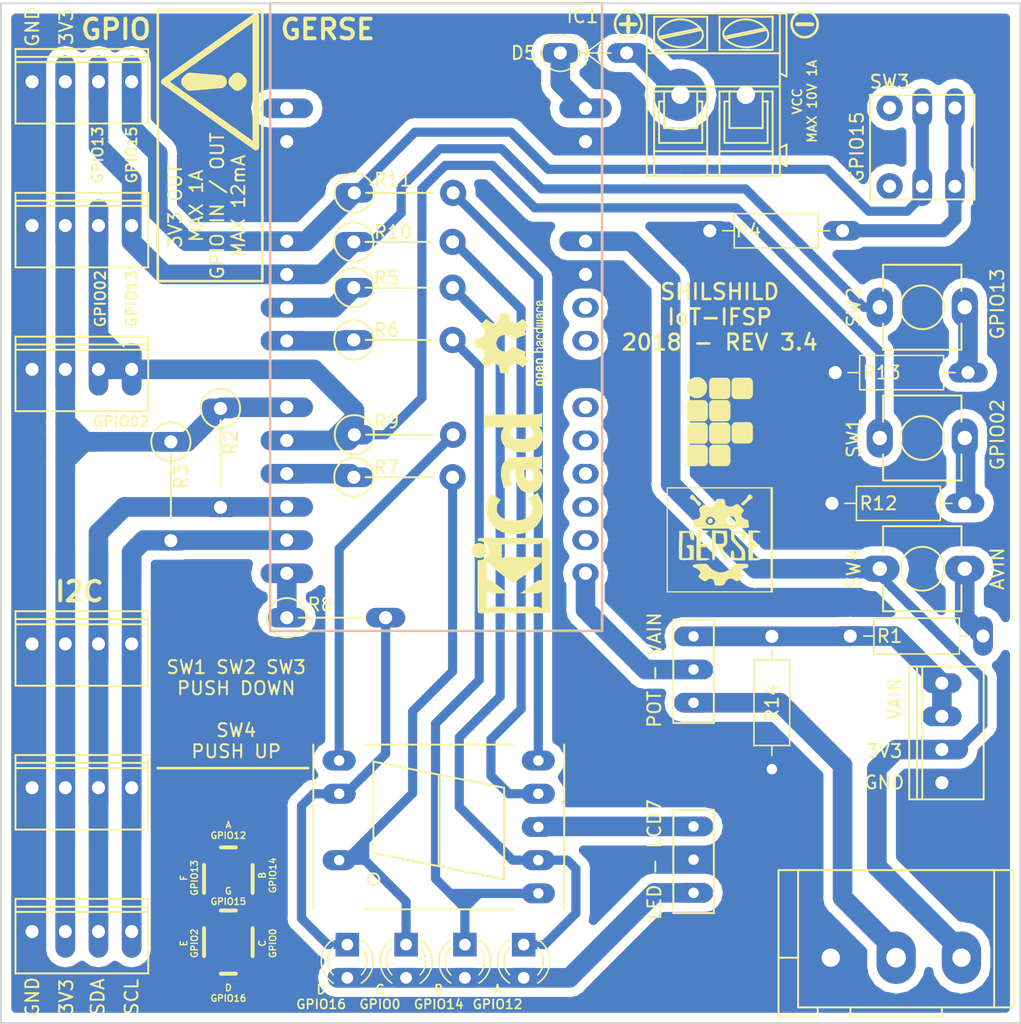
<source format=kicad_pcb>
(kicad_pcb (version 20171130) (host pcbnew 5.0.0)
  (title_block (title "SHILSHILD IoT-IFSP") (date 2018-10-14) (rev 3.4) (company "SHILD IoT") (comment 2 "Pedro Igor Borçatti da Silva ") (comment 3 "Prof.° Ms. -Rogerioa Daniel Dantas"))
  (layers (0 F.Cu signal) (31 B.Cu signal) (34 B.Paste user hide) (35 F.Paste user hide) (36 B.SilkS user hide) (37 F.SilkS user) (38 B.Mask user) (39 F.Mask user hide) (44 Edge.Cuts user))
  (net 0 "")
  (net 1 LED)
  (net 2 D)
  (net 3 C)
  (net 4 B)
  (net 5 A)
  (net 6 ADC0)
  (net 7 Earth)
  (net 8 +3V3)
  (net 9 VCC)
  (net 10 GPIO15)
  (net 11 GPIO13)
  (net 12 GPIO12)
  (net 13 GPIO14)
  (net 14 GPIO2)
  (net 15 GPIO0)
  (net 16 SDA)
  (net 17 SCL)
  (net 18 GPIO16)
  (net 19 VAIN)
  (net 20 POT)
  (net 21 LCD7)
  (net 22 "Net-(R4-Pad1)")
  (net 23 E)
  (net 24 F)
  (net 25 G)
  (net 26 "Net-(R12-Pad1)")
  (net 27 "Net-(R13-Pad1)")
  (net 28 "Net-(SW3-Pad6)")
  (net 29 "Net-(SW3-Pad1)")
  (net 30 "Net-(D5-Pad2)")
  (net 31 "Net-(IC1-PadRX)")
  (net 32 "Net-(IC1-PadTX)")
  (net 33 "Net-(IC1-PadRST)")
  (net 34 "Net-(IC1-PadEN)")
  (net 35 "Net-(IC1-PadCLK)")
  (net 36 "Net-(IC1-PadSD0)")
  (net 37 "Net-(IC1-PadCMD)")
  (net 38 "Net-(IC1-PadSD1)")
  (net 39 "Net-(IC1-PadSD2)")
  (net 40 "Net-(IC1-PadSD3)")
  (net 41 "Net-(IC1-PadR2)")
  (net 42 "Net-(IC1-PadR1)")
  (net 43 "Net-(R1-Pad1)")
  (module MyFootprint:MySW_PUSH_6mm_H4.3mm (layer F.Cu) (at 80.25 54)
    (fp_text reference SW4 (at -2 2.25 90) (layer F.SilkS))
    (fp_text value BT3)
    (pad 1 thru_hole oval (at 0 2.25 90) (size 2 3) (drill 1.1) (layers *.Cu *.Mask) (net 8 +3V3))
    (pad 2 thru_hole oval (at 6.5 2.25 90) (size 2 3) (drill 1.1) (layers *.Cu *.Mask) (net 43 "Net-(R1-Pad1)"))
  )
  (module MyFootprint:NODEMCU (layer F.Cu) (at 59 13 180)
    (fp_text reference IC1 (at 1.5 -1 180) (layer F.SilkS))
    (fp_text value NODEMCU)
    (pad 3V3 thru_hole oval (at 24.13 -8.04 180) (size 4 1.5) (drill 1) (layers *.Cu *.Mask) (net 8 +3V3))
    (pad GND thru_hole oval (at 24.13 -10.58 180) (size 4 1.5) (drill 1) (layers *.Cu *.Mask) (net 7 Earth))
    (pad D0 thru_hole oval (at 24.13 -43.6 180) (size 4 1.5) (drill 1) (layers *.Cu *.Mask) (net 18 GPIO16))
    (pad D1 thru_hole oval (at 24.13 -41.06 180) (size 4 1.5) (drill 1) (layers *.Cu *.Mask) (net 17 SCL))
    (pad D2 thru_hole oval (at 24.13 -38.52 180) (size 4 1.5) (drill 1) (layers *.Cu *.Mask) (net 16 SDA))
    (pad D3 thru_hole oval (at 24.13 -35.98 180) (size 4 1.5) (drill 1) (layers *.Cu *.Mask) (net 15 GPIO0))
    (pad D4 thru_hole oval (at 24.13 -33.44 180) (size 4 1.5) (drill 1) (layers *.Cu *.Mask) (net 14 GPIO2))
    (pad 3V3 thru_hole oval (at 24.13 -30.9 180) (size 4 1.5) (drill 1) (layers *.Cu *.Mask) (net 8 +3V3))
    (pad D5 thru_hole oval (at 24.13 -25.82 180) (size 4 1.5) (drill 1) (layers *.Cu *.Mask) (net 13 GPIO14))
    (pad D6 thru_hole oval (at 24.13 -23.28 180) (size 4 1.5) (drill 1) (layers *.Cu *.Mask) (net 12 GPIO12))
    (pad D7 thru_hole oval (at 24.13 -20.74 180) (size 4 1.5) (drill 1) (layers *.Cu *.Mask) (net 11 GPIO13))
    (pad D8 thru_hole oval (at 24.13 -18.2 180) (size 4 1.5) (drill 1) (layers *.Cu *.Mask) (net 10 GPIO15))
    (pad VIN thru_hole oval (at 1.27 -8.04 180) (size 4 1.5) (drill 1) (layers *.Cu *.Mask) (net 9 VCC))
    (pad GND thru_hole oval (at 1.27 -10.58 180) (size 4 1.5) (drill 1) (layers *.Cu *.Mask) (net 7 Earth))
    (pad 3V3 thru_hole oval (at 1.27 -18.2 180) (size 4 1.5) (drill 1) (layers *.Cu *.Mask) (net 8 +3V3))
    (pad GND thru_hole oval (at 1.27 -20.74 180) (size 4 1.5) (drill 1) (layers *.Cu *.Mask) (net 7 Earth))
    (pad CLK thru_hole oval (at 1.27 -23.28 180) (size 2 1.5) (drill 1) (layers *.Cu *.Mask) (net 35 "Net-(IC1-PadCLK)"))
    (pad SD0 thru_hole oval (at 1.27 -25.82 180) (size 2 1.5) (drill 1) (layers *.Cu *.Mask) (net 36 "Net-(IC1-PadSD0)"))
    (pad SD1 thru_hole oval (at 1.27 -30.9 180) (size 2 1.5) (drill 1) (layers *.Cu *.Mask) (net 38 "Net-(IC1-PadSD1)"))
    (pad SD2 thru_hole oval (at 1.27 -33.44 180) (size 2 1.5) (drill 1) (layers *.Cu *.Mask) (net 39 "Net-(IC1-PadSD2)"))
    (pad SD3 thru_hole oval (at 1.27 -35.98 180) (size 2 1.5) (drill 1) (layers *.Cu *.Mask) (net 40 "Net-(IC1-PadSD3)"))
    (pad R2 thru_hole oval (at 1.27 -38.52 180) (size 2 1.5) (drill 1) (layers *.Cu *.Mask) (net 41 "Net-(IC1-PadR2)"))
    (pad R1 thru_hole oval (at 1.27 -41.06 180) (size 2 1.5) (drill 1) (layers *.Cu *.Mask) (net 42 "Net-(IC1-PadR1)"))
    (pad A0 thru_hole oval (at 1.27 -43.6 180) (size 2 1.5) (drill 1) (layers *.Cu *.Mask) (net 6 ADC0))
  )
  (module MyFootprint:SW_PUSH_x2 (layer F.Cu) (at 81 27)
    (fp_text reference SW3 (at 0 -8 180) (layer F.SilkS))
    (fp_text value SP6T hide)
    (pad 1 thru_hole circle (at 0 0) (size 2 2) (drill 1) (layers *.Cu *.Mask) (net 29 "Net-(SW3-Pad1)"))
    (pad 2 thru_hole oval (at 2.5 0) (size 1.5 3) (drill 1) (layers *.Cu *.Mask) (net 10 GPIO15))
    (pad 3 thru_hole oval (at 5 0) (size 1.5 3) (drill 1) (layers *.Cu *.Mask) (net 22 "Net-(R4-Pad1)"))
    (pad 4 thru_hole oval (at 5 -6) (size 1.5 3) (drill 1) (layers *.Cu *.Mask) (net 22 "Net-(R4-Pad1)"))
    (pad 5 thru_hole oval (at 2.5 -6) (size 1.5 3) (drill 1) (layers *.Cu *.Mask) (net 10 GPIO15))
    (pad 6 thru_hole circle (at 0 -6) (size 2 2) (drill 1) (layers *.Cu *.Mask) (net 28 "Net-(SW3-Pad6)"))
  )
  (module Symbols:KiCad-Logo_6mm_SilkScreen (layer F.Cu) (at 52 52 90)
    (fp_text reference REF*** hide)
    (fp_text value KiCad-Logo_6mm_SilkScreen hide)
  )
  (module MyFootprint:CUIDADO2 (layer F.Cu) (at 31.5 19 90)
    (fp_text reference REF** hide)
    (fp_text value CUIDADO2)
    (fp_text user ! (at 0 -2 90) (layer F.SilkS) (effects (font (size 4 4) (thickness 1))))
  )
  (module MyFootprint:AK300-2 (layer F.Cu) (at 65 20)
    (fp_text reference J1 hide)
    (fp_text value VCC hide)
    (pad 1 thru_hole oval (at 0 0) (size 4 4) (drill 1.4) (layers *.Cu *.Mask) (net 30 "Net-(D5-Pad2)"))
    (pad 2 thru_hole oval (at 5 0) (size 4 4) (drill 1.4) (layers *.Cu *.Mask) (net 7 Earth))
  )
  (module MyFootprint:7SegmentLED_LTS6760_LTS6780-2 (layer F.Cu) (at 46.5 76 270)
    (fp_text reference U1 hide)
    (fp_text value KCSA02-107 hide)
    (pad 10 thru_hole oval (at -5.08 -7.62 270) (size 1.524 2.524) (drill 0.8) (layers *.Cu *.Mask) (net 25 G))
    (pad 9 thru_hole oval (at -2.54 -7.62 270) (size 1.524 2.524) (drill 0.8) (layers *.Cu *.Mask) (net 24 F))
    (pad 8 thru_hole oval (at 0 -7.62 270) (size 1.524 2.524) (drill 0.8) (layers *.Cu *.Mask) (net 21 LCD7))
    (pad 7 thru_hole oval (at 2.54 -7.62 270) (size 1.524 2.524) (drill 0.8) (layers *.Cu *.Mask) (net 5 A))
    (pad 6 thru_hole oval (at 5.08 -7.62 270) (size 1.524 2.524) (drill 0.8) (layers *.Cu *.Mask) (net 4 B))
    (pad 4 thru_hole oval (at 2.54 7.62 270) (size 1.524 2.524) (drill 0.8) (layers *.Cu *.Mask) (net 3 C))
    (pad 2 thru_hole oval (at -2.54 7.62 270) (size 1.524 2.524) (drill 0.8) (layers *.Cu *.Mask) (net 2 D))
    (pad 1 thru_hole oval (at -5.08 7.62 270) (size 1.524 2.524) (drill 0.8) (layers *.Cu *.Mask) (net 23 E))
  )
  (module MyFootprint:molex_2510 (layer F.Cu) (at 85 65 270)
    (fp_text reference J5 hide)
    (fp_text value VAIN hide)
    (pad 1 thru_hole oval (at 0 0 270) (size 1.5 3) (drill 1) (layers *.Cu *.Mask) (net 19 VAIN))
    (pad 2 thru_hole oval (at 2.54 0 270) (size 1.5 3) (drill 1) (layers *.Cu *.Mask) (net 19 VAIN))
    (pad 3 thru_hole oval (at 5.08 0 270) (size 1.5 4) (drill 1) (layers *.Cu *.Mask) (net 8 +3V3))
    (pad 4 thru_hole oval (at 7.62 0 270) (size 1.5 4) (drill 1) (layers *.Cu *.Mask) (net 7 Earth))
  )
  (module MyFootprint:Pin_Header_Straight_1x03 (layer F.Cu) (at 66 81.04 180)
    (fp_text reference JP2 hide)
    (fp_text value JUMP3 hide)
    (pad 3 thru_hole oval (at 0 5.08 180) (size 3 1.5) (drill 0.8) (layers *.Cu *.Mask) (net 21 LCD7))
    (pad 2 thru_hole oval (at 0 2.54 180) (size 3 1.5) (drill 0.8) (layers *.Cu *.Mask) (net 7 Earth))
    (pad 1 thru_hole oval (at 0 0 180) (size 3 1.5) (drill 0.8) (layers *.Cu *.Mask) (net 1 LED))
  )
  (module MyFootprint:Pin_Header_Straight_1x03 (layer F.Cu) (at 66 66.5 180)
    (fp_text reference JP1 hide)
    (fp_text value JUMP3 hide)
    (pad 3 thru_hole oval (at 0 5.08 180) (size 3 1.5) (drill 0.8) (layers *.Cu *.Mask) (net 19 VAIN))
    (pad 2 thru_hole oval (at 0 2.54 180) (size 3 1.5) (drill 0.8) (layers *.Cu *.Mask) (net 6 ADC0))
    (pad 1 thru_hole oval (at 0 0 180) (size 3 1.5) (drill 0.8) (layers *.Cu *.Mask) (net 20 POT))
  )
  (module MyFootprint:Potentiometer_Alps-RK16-single_largePads (layer F.Cu) (at 86.5 86 270)
    (fp_text reference RV1 hide)
    (fp_text value R_POT hide)
    (pad 2 thru_hole oval (at 0 5.00126 270) (size 4.0005 2.99974) (drill 1.5) (layers *.Cu *.Mask) (net 20 POT))
    (pad 3 thru_hole oval (at 0 10.00252 270) (size 4.0005 2.99974) (drill 1.4) (layers *.Cu *.Mask) (net 7 Earth))
    (pad 1 thru_hole oval (at 0 0 270) (size 4.0005 2.99974) (drill 1.4) (layers *.Cu *.Mask) (net 8 +3V3))
  )
  (module MyFootprint:Resistor_Vertical_RM7mm (layer F.Cu) (at 40 27.5)
    (fp_text reference R11 (at 3 -1) (layer F.SilkS))
    (fp_text value 470 hide)
    (pad 1 thru_hole oval (at 0.04064 0) (size 3 1.5) (drill 1) (layers *.Cu *.Mask) (net 10 GPIO15))
    (pad 2 thru_hole circle (at 7.6 0) (size 2 2) (drill 1) (layers *.Cu *.Mask) (net 25 G))
  )
  (module MyFootprint:Resistor_Vertical_RM7mm (layer F.Cu) (at 39.95936 31.25)
    (fp_text reference R10 (at 3.04064 -0.75) (layer F.SilkS))
    (fp_text value 470 hide)
    (pad 1 thru_hole oval (at 0.04064 0) (size 3 1.5) (drill 1) (layers *.Cu *.Mask) (net 11 GPIO13))
    (pad 2 thru_hole circle (at 7.6 0) (size 2 2) (drill 1) (layers *.Cu *.Mask) (net 24 F))
  )
  (module MyFootprint:Resistor_Vertical_RM7mm (layer F.Cu) (at 39.95936 34.75)
    (fp_text reference R5 (at 2.54064 -0.75) (layer F.SilkS))
    (fp_text value 470 hide)
    (pad 1 thru_hole oval (at 0.04064 0) (size 3 1.5) (drill 1) (layers *.Cu *.Mask) (net 12 GPIO12))
    (pad 2 thru_hole circle (at 7.6 0) (size 2 2) (drill 1) (layers *.Cu *.Mask) (net 5 A))
  )
  (module MyFootprint:Resistor_Vertical_RM7mm (layer F.Cu) (at 39.95936 38.75)
    (fp_text reference R6 (at 2.54064 -0.75) (layer F.SilkS))
    (fp_text value 470 hide)
    (pad 1 thru_hole oval (at 0.04064 0) (size 3 1.5) (drill 1) (layers *.Cu *.Mask) (net 13 GPIO14))
    (pad 2 thru_hole circle (at 7.6 0) (size 2 2) (drill 1) (layers *.Cu *.Mask) (net 4 B))
  )
  (module MyFootprint:Resistor_Vertical_RM7mm (layer F.Cu) (at 40 46)
    (fp_text reference R9 (at 2.5 -1) (layer F.SilkS))
    (fp_text value 470 hide)
    (pad 1 thru_hole oval (at 0.04064 0) (size 3 1.5) (drill 1) (layers *.Cu *.Mask) (net 14 GPIO2))
    (pad 2 thru_hole circle (at 7.6 0) (size 2 2) (drill 1) (layers *.Cu *.Mask) (net 23 E))
  )
  (module MyFootprint:Resistor_Vertical_RM7mm (layer F.Cu) (at 34.83356 59.9948)
    (fp_text reference R8 (at 2.6 -1) (layer F.SilkS))
    (fp_text value 470 hide)
    (pad e thru_hole oval (at 0.04064 0) (size 3 1.5) (drill 1) (layers *.Cu *.Mask))
    (pad e thru_hole oval (at 7.6 0) (size 3 1.5) (drill 1) (layers *.Cu *.Mask))
  )
  (module MyFootprint:Resistor_Vertical_RM7mm (layer F.Cu) (at 39.95936 49.25)
    (fp_text reference R7 (at 2.54064 -0.75) (layer F.SilkS))
    (fp_text value 470 hide)
    (pad 1 thru_hole oval (at 0.04064 0) (size 3 1.5) (drill 1) (layers *.Cu *.Mask) (net 15 GPIO0))
    (pad 2 thru_hole circle (at 7.6 0) (size 2 2) (drill 1) (layers *.Cu *.Mask) (net 3 C))
  )
  (module MyFootprint:Resistor_Vertical_RM7mm (layer F.Cu) (at 29.8 43.95 270)
    (fp_text reference R2 (at 2.65 -0.8 270) (layer F.SilkS))
    (fp_text value 10K hide)
    (pad 1 thru_hole oval (at 0.04064 0 270) (size 1.5 3) (drill 1) (layers *.Cu *.Mask) (net 8 +3V3))
    (pad 2 thru_hole oval (at 7.6 0 270) (size 1.5 3) (drill 1) (layers *.Cu *.Mask) (net 16 SDA))
  )
  (module MyFootprint:Resistor_Vertical_RM7mm (layer F.Cu) (at 26 46.5 270)
    (fp_text reference R3 (at 2.7 -0.8 270) (layer F.SilkS))
    (fp_text value 10K hide)
    (pad 1 thru_hole oval (at 0.04064 0 270) (size 1.5 3) (drill 1) (layers *.Cu *.Mask) (net 8 +3V3))
    (pad 2 thru_hole oval (at 7.6 0 270) (size 1.5 3) (drill 1) (layers *.Cu *.Mask) (net 17 SCL))
  )
  (module MyFootprint:LED_D3.0mm (layer F.Cu) (at 53 85 270)
    (fp_text reference D4 hide)
    (fp_text value LED_ALT)
    (pad 1 thru_hole rect (at 0 0 270) (size 1.8 1.8) (drill 0.9) (layers *.Cu *.Mask) (net 5 A))
    (pad 2 thru_hole oval (at 2.54 0 270) (size 1.5 3) (drill 0.9) (layers *.Cu *.Mask) (net 1 LED))
  )
  (module MyFootprint:LED_D3.0mm (layer F.Cu) (at 48.5 85 270)
    (fp_text reference D3 hide)
    (fp_text value LED_ALT)
    (pad 1 thru_hole rect (at 0 0 270) (size 1.8 1.8) (drill 0.9) (layers *.Cu *.Mask) (net 4 B))
    (pad 2 thru_hole oval (at 2.54 0 270) (size 1.5 3) (drill 0.9) (layers *.Cu *.Mask) (net 1 LED))
  )
  (module MyFootprint:LED_D3.0mm (layer F.Cu) (at 44 85 270)
    (fp_text reference D2 hide)
    (fp_text value LED_ALT)
    (pad 1 thru_hole rect (at 0 0 270) (size 1.8 1.8) (drill 0.9) (layers *.Cu *.Mask) (net 3 C))
    (pad 2 thru_hole oval (at 2.54 0 270) (size 1.5 3) (drill 0.9) (layers *.Cu *.Mask) (net 1 LED))
  )
  (module MyFootprint:LED_D3.0mm (layer F.Cu) (at 39.5 85 270)
    (fp_text reference D1 hide)
    (fp_text value LED_ALT)
    (pad 1 thru_hole rect (at 0 0 270) (size 1.8 1.8) (drill 0.9) (layers *.Cu *.Mask) (net 2 D))
    (pad 2 thru_hole oval (at 2.54 0 270) (size 1.5 3) (drill 0.9) (layers *.Cu *.Mask) (net 1 LED))
  )
  (module MyFootprint:molex_2510 (layer F.Cu) (at 23 84 180)
    (fp_text reference J3 hide)
    (fp_text value I2C hide)
    (pad 1 thru_hole oval (at 0 0 180) (size 1.5 4) (drill 1) (layers *.Cu *.Mask) (net 17 SCL))
    (pad 2 thru_hole oval (at 2.54 0 180) (size 1.5 4) (drill 1) (layers *.Cu *.Mask) (net 16 SDA))
    (pad 3 thru_hole oval (at 5.08 0 180) (size 1.5 4) (drill 1) (layers *.Cu *.Mask) (net 8 +3V3))
    (pad 4 thru_hole oval (at 7.62 0 180) (size 1.5 4) (drill 1) (layers *.Cu *.Mask) (net 7 Earth))
  )
  (module MyFootprint:molex_2510 (layer F.Cu) (at 23 73 180)
    (fp_text reference J2 hide)
    (fp_text value I2C hide)
    (pad 1 thru_hole oval (at 0 0 180) (size 1.5 4) (drill 1) (layers *.Cu *.Mask) (net 17 SCL))
    (pad 2 thru_hole oval (at 2.54 0 180) (size 1.5 4) (drill 1) (layers *.Cu *.Mask) (net 16 SDA))
    (pad 3 thru_hole oval (at 5.08 0 180) (size 1.5 4) (drill 1) (layers *.Cu *.Mask) (net 8 +3V3))
    (pad 4 thru_hole oval (at 7.62 0 180) (size 1.5 4) (drill 1) (layers *.Cu *.Mask) (net 7 Earth))
  )
  (module MyFootprint:molex_2510 (layer F.Cu) (at 23 62 180)
    (fp_text reference J4 hide)
    (fp_text value I2C hide)
    (pad 1 thru_hole oval (at 0 0 180) (size 1.5 4) (drill 1) (layers *.Cu *.Mask) (net 17 SCL))
    (pad 2 thru_hole oval (at 2.54 0 180) (size 1.5 4) (drill 1) (layers *.Cu *.Mask) (net 16 SDA))
    (pad 3 thru_hole oval (at 5.08 0 180) (size 1.5 4) (drill 1) (layers *.Cu *.Mask) (net 8 +3V3))
    (pad 4 thru_hole oval (at 7.62 0 180) (size 1.5 4) (drill 1) (layers *.Cu *.Mask) (net 7 Earth))
  )
  (module MyFootprint:molex_2510 (layer F.Cu) (at 23 41 180)
    (fp_text reference J8 hide)
    (fp_text value OUT hide)
    (pad 1 thru_hole oval (at 0 0 180) (size 1.5 4) (drill 1) (layers *.Cu *.Mask) (net 14 GPIO2))
    (pad 2 thru_hole oval (at 2.54 0 180) (size 1.5 4) (drill 1) (layers *.Cu *.Mask) (net 14 GPIO2))
    (pad 3 thru_hole oval (at 5.08 0 180) (size 1.5 4) (drill 1) (layers *.Cu *.Mask) (net 8 +3V3))
    (pad 4 thru_hole oval (at 7.62 0 180) (size 1.5 4) (drill 1) (layers *.Cu *.Mask) (net 7 Earth))
  )
  (module MyFootprint:molex_2510 (layer F.Cu) (at 23 30 180)
    (fp_text reference J7 hide)
    (fp_text value OUT hide)
    (pad 1 thru_hole oval (at 0 0 180) (size 1.5 4) (drill 1) (layers *.Cu *.Mask) (net 11 GPIO13))
    (pad 2 thru_hole oval (at 2.54 0 180) (size 1.5 4) (drill 1) (layers *.Cu *.Mask) (net 14 GPIO2))
    (pad 3 thru_hole oval (at 5.08 0 180) (size 1.5 4) (drill 1) (layers *.Cu *.Mask) (net 8 +3V3))
    (pad 4 thru_hole oval (at 7.62 0 180) (size 1.5 4) (drill 1) (layers *.Cu *.Mask) (net 7 Earth))
  )
  (module MyFootprint:molex_2510 (layer F.Cu) (at 23 19 180)
    (fp_text reference J6 hide)
    (fp_text value OUT hide)
    (pad 1 thru_hole oval (at 0 0 180) (size 1.5 4) (drill 1) (layers *.Cu *.Mask) (net 10 GPIO15))
    (pad 2 thru_hole oval (at 2.54 0 180) (size 1.5 4) (drill 1) (layers *.Cu *.Mask) (net 11 GPIO13))
    (pad 3 thru_hole oval (at 5.08 0 180) (size 1.5 4) (drill 1) (layers *.Cu *.Mask) (net 8 +3V3))
    (pad 4 thru_hole oval (at 7.62 0 180) (size 1.5 4) (drill 1) (layers *.Cu *.Mask) (net 7 Earth))
  )
  (module Diodes_THT:D_A-405_P5.08mm_Vertical_AnodeUp (layer F.Cu) (at 55.8 16.8)
    (fp_text reference D5 (at -2.8 0) (layer F.SilkS))
    (fp_text value 1N4007)
    (pad 2 thru_hole oval (at 5.08 0) (size 3 1.5) (drill 1) (layers *.Cu *.Mask) (net 30 "Net-(D5-Pad2)"))
    (pad 1 thru_hole oval (at 0 0) (size 3 1.5) (drill 1) (layers *.Cu *.Mask) (net 9 VCC))
  )
  (module MyFootprint:Logo-IFSP (layer F.Cu) (at 68 45)
    (fp_text reference G*** hide)
    (fp_text value LOGO hide)
  )
  (module MyFootprint:LOGO3 (layer F.Cu) (at 68 54)
    (fp_text reference G*** hide)
    (fp_text value LOGO hide)
  )
  (module Resistors_THT:R_Axial_DIN0207_L6.3mm_D2.5mm_P10.16mm_Horizontal (layer F.Cu) (at 77.4 30.4 180)
    (fp_text reference R4 (at 7.2 0 180) (layer F.SilkS))
    (fp_text value 10K)
    (pad 2 thru_hole oval (at 10.16 0 180) (size 3 1.5) (drill 1) (layers *.Cu *.Mask) (net 7 Earth))
    (pad 1 thru_hole oval (at 0 0 180) (size 3 1.5) (drill 1) (layers *.Cu *.Mask) (net 22 "Net-(R4-Pad1)"))
  )
  (module Resistors_THT:R_Axial_DIN0207_L6.3mm_D2.5mm_P10.16mm_Horizontal (layer F.Cu) (at 86.75 51.25 180)
    (fp_text reference R12 (at 6.6 0 180) (layer F.SilkS))
    (fp_text value 10K)
    (pad 2 thru_hole oval (at 10.16 0 180) (size 3 1.5) (drill 1) (layers *.Cu *.Mask) (net 7 Earth))
    (pad 1 thru_hole oval (at 0 0 180) (size 3 1.5) (drill 1) (layers *.Cu *.Mask) (net 26 "Net-(R12-Pad1)"))
  )
  (module Resistors_THT:R_Axial_DIN0207_L6.3mm_D2.5mm_P10.16mm_Horizontal (layer F.Cu) (at 87 41.25 180)
    (fp_text reference R13 (at 6.6 0 180) (layer F.SilkS))
    (fp_text value 10K)
    (pad 1 thru_hole oval (at 0 0 180) (size 3 1.5) (drill 1) (layers *.Cu *.Mask) (net 27 "Net-(R13-Pad1)"))
    (pad 2 thru_hole oval (at 10.16 0 180) (size 3 1.5) (drill 1) (layers *.Cu *.Mask) (net 7 Earth))
  )
  (module Symbols:OSHW-Logo2_7.3x6mm_SilkScreen (layer F.Cu) (at 52 39 90)
    (fp_text reference REF*** hide)
    (fp_text value OSHW-Logo2_7.3x6mm_SilkScreen hide)
  )
  (module MyFootprint:MySW_PUSH_6mm_H4.3mm (layer F.Cu) (at 80.25 34)
    (fp_text reference SW2 (at -2 2.25 90) (layer F.SilkS))
    (fp_text value BT2)
    (pad 1 thru_hole oval (at 0 2.25 90) (size 3 2) (drill 1.1) (layers *.Cu *.Mask) (net 11 GPIO13))
    (pad 2 thru_hole oval (at 6.5 2.25 90) (size 3 2) (drill 1.1) (layers *.Cu *.Mask) (net 27 "Net-(R13-Pad1)"))
  )
  (module MyFootprint:MySW_PUSH_6mm_H4.3mm (layer F.Cu) (at 80.25 44)
    (fp_text reference SW1 (at -2 2.25 90) (layer F.SilkS))
    (fp_text value BT1)
    (pad 1 thru_hole oval (at 0 2.25 90) (size 3 2) (drill 1.1) (layers *.Cu *.Mask) (net 14 GPIO2))
    (pad 2 thru_hole oval (at 6.5 2.25 90) (size 3 2) (drill 1.1) (layers *.Cu *.Mask) (net 26 "Net-(R12-Pad1)"))
  )
  (module Resistor_THT:R_Axial_DIN0207_L6.3mm_D2.5mm_P10.16mm_Horizontal (layer F.Cu) (at 71.99 61.42 270)
    (fp_text reference R14 (at 5.08 -0.01 270) (layer F.SilkS))
    (fp_text value 100k)
    (pad 2 thru_hole oval (at 10.16 0 270) (size 1.5 3) (drill 0.8) (layers *.Cu *.Mask) (net 7 Earth))
    (pad 1 thru_hole oval (at 0 0 270) (size 1.5 3) (drill 1) (layers *.Cu *.Mask) (net 19 VAIN))
  )
  (module Resistor_THT:R_Axial_DIN0207_L6.3mm_D2.5mm_P10.16mm_Horizontal (layer F.Cu) (at 88.15 61.4 180)
    (fp_text reference R1 (at 7.15 0 180) (layer F.SilkS))
    (fp_text value 100k)
    (pad 1 thru_hole oval (at 0 0 180) (size 1.5 3) (drill 1) (layers *.Cu *.Mask) (net 43 "Net-(R1-Pad1)"))
    (pad 2 thru_hole oval (at 10.16 0 180) (size 3 1.5) (drill 1) (layers *.Cu *.Mask) (net 19 VAIN))
  )
  (gr_text AVIN (at 89.25 56.25 90) (layer F.SilkS) (effects (font (size 1 1))))
  (gr_line (start 25 71.5) (end 36.5 71.5) (layer F.SilkS) (width 0.2))
  (gr_line (start 84 13) (end 91 13) (layer Edge.Cuts) (width 0.15))
  (gr_line (start 91 91) (end 91 13) (layer Edge.Cuts) (width 0.15))
  (gr_line (start 13 91) (end 91 91) (layer Edge.Cuts) (width 0.15))
  (gr_line (start 13 84) (end 13 91) (layer Edge.Cuts) (width 0.15))
  (gr_circle (center 74.5 14.6) (end 75.5 14.6) (layer F.SilkS) (width 0.2))
  (gr_circle (center 61 14.6) (end 60 14.4) (layer F.SilkS) (width 0.2))
  (gr_text GERSE (at 38 15) (layer F.SilkS) (effects (font (size 1.5 1.5) (thickness 0.3))))
  (gr_text "SHILSHILD\nIoT-IFSP\n2018 - REV 3.4" (at 68 37) (layer F.SilkS) (effects (font (size 1.2 1.2) (thickness 0.2))))
  (gr_text "SW1 SW2 SW3\nPUSH DOWN\n\nSW4\nPUSH UP" (at 31 67) (layer F.SilkS) (effects (font (size 1 1))))
  (gr_line (start 25 34.25) (end 33 34.25) (layer F.SilkS) (width 0.2))
  (gr_line (start 25 19) (end 25 34.25) (layer F.SilkS) (width 0.2))
  (gr_line (start 25 13.5) (end 33 13.5) (layer F.SilkS) (width 0.2))
  (gr_line (start 25 19) (end 25 13.5) (layer F.SilkS) (width 0.2))
  (gr_line (start 33 34.25) (end 33 13.5) (layer F.SilkS) (width 0.2))
  (gr_text "3V3 OUT\nMAX 1A\nGPIO IN / OUT\nMAX 12mA" (at 28.75 28.5 90) (layer F.SilkS) (effects (font (size 1 1))))
  (gr_text "G\nGPIO15" (at 30.4 81.3) (layer F.SilkS) (effects (font (size 0.5 0.5) (thickness 0.1))))
  (gr_text "F\nGPIO13" (at 27.4 79.9 90) (layer F.SilkS) (effects (font (size 0.5 0.5) (thickness 0.1))))
  (gr_text "E\nGPIO2" (at 27.4 84.9 90) (layer F.SilkS) (effects (font (size 0.5 0.5) (thickness 0.1))))
  (gr_text "D\nGPIO16" (at 30.4 88.7) (layer F.SilkS) (effects (font (size 0.5 0.5) (thickness 0.1))))
  (gr_text "C\nGPIO0" (at 33.4 84.9 90) (layer F.SilkS) (effects (font (size 0.5 0.5) (thickness 0.1))))
  (gr_text "B\nGPIO14" (at 33.4 79.7 90) (layer F.SilkS) (effects (font (size 0.5 0.5) (thickness 0.1))))
  (gr_text "A\nGPIO12" (at 30.4 76.25) (layer F.SilkS) (effects (font (size 0.5 0.5) (thickness 0.1))))
  (gr_text "-\n|  |\n-\n|  |\n-" (at 30.4 82.5 180) (layer F.SilkS) (effects (font (size 1.5 1.5) (thickness 0.3))))
  (gr_line (start 33.6 13) (end 33.7 13) (layer F.SilkS) (width 0.2))
  (gr_line (start 59 13) (end 33.6 13) (layer F.SilkS) (width 0.2))
  (gr_line (start 59 61) (end 59 13) (layer F.SilkS) (width 0.2))
  (gr_line (start 33.6 61) (end 59 61) (layer F.SilkS) (width 0.2))
  (gr_line (start 33.6 13) (end 33.6 61) (layer F.SilkS) (width 0.2))
  (gr_text "VCC\nMAX 10V 1A" (at 74.5 20.5 90) (layer F.SilkS) (effects (font (size 0.7 0.7) (thickness 0.13))))
  (gr_text + (at 61 14.5) (layer F.SilkS) (effects (font (size 1.5 1.5) (thickness 0.3))))
  (gr_text - (at 74.5 14.5) (layer F.SilkS) (effects (font (size 1.5 1.5) (thickness 0.3))))
  (gr_text GPIO (at 21.8 15) (layer F.SilkS) (effects (font (size 1.5 1.5) (thickness 0.3))))
  (gr_text I2C (at 19 58) (layer F.SilkS) (effects (font (size 1.5 1.5) (thickness 0.3))))
  (gr_line (start 84 13) (end 83 13) (layer Edge.Cuts) (width 0.15))
  (gr_line (start 13 83) (end 13 84) (layer Edge.Cuts) (width 0.15))
  (gr_text GPIO15 (at 78.5 24 90) (layer F.SilkS) (effects (font (size 1 1))))
  (gr_text GPIO13 (at 89.25 36 90) (layer F.SilkS) (effects (font (size 1 1))))
  (gr_text GPIO02 (at 89.25 46 90) (layer F.SilkS) (effects (font (size 1 1))))
  (gr_text GND (at 80.6 72.6) (layer F.SilkS) (effects (font (size 1 1))))
  (gr_text "3V3\n" (at 80.6 70.2) (layer F.SilkS) (effects (font (size 1 1))))
  (gr_text VAIN (at 81.4 66.2 90) (layer F.SilkS) (effects (font (size 1 1))))
  (gr_text GPIO02 (at 22.2 45) (layer F.SilkS) (effects (font (size 0.8 0.8))))
  (gr_text GPIO13 (at 23 35.6 90) (layer F.SilkS) (effects (font (size 0.8 0.8))))
  (gr_text GPIO02 (at 20.6 35.6 90) (layer F.SilkS) (effects (font (size 0.8 0.8))))
  (gr_text GPIO15 (at 23 24.6 90) (layer F.SilkS) (effects (font (size 0.8 0.8))))
  (gr_text GPIO13 (at 20.4 24.6 90) (layer F.SilkS) (effects (font (size 0.8 0.8))))
  (gr_text 3V3 (at 18 14.8 90) (layer F.SilkS) (effects (font (size 1 1))))
  (gr_text GND (at 15.4 14.8 90) (layer F.SilkS) (effects (font (size 1 1))))
  (gr_text SCL (at 23 89 90) (layer F.SilkS) (effects (font (size 1 1))))
  (gr_text SDA (at 20.4 89 90) (layer F.SilkS) (effects (font (size 1 1))))
  (gr_text 3V3 (at 18 89 90) (layer F.SilkS) (effects (font (size 1 1))))
  (gr_text GND (at 15.4 89 90) (layer F.SilkS) (effects (font (size 1 1))))
  (gr_text "LED - LCD7" (at 63 78.5 90) (layer F.SilkS) (effects (font (size 1 1))))
  (gr_text "A\nGPIO12" (at 51 89) (layer F.SilkS) (effects (font (size 0.7 0.7) (thickness 0.13))))
  (gr_text "B\nGPIO14" (at 46.5 89) (layer F.SilkS) (effects (font (size 0.7 0.7) (thickness 0.13))))
  (gr_text "C\nGPIO0" (at 42 89) (layer F.SilkS) (effects (font (size 0.7 0.7) (thickness 0.13))))
  (gr_text "D\nGPIO16" (at 37.5 89) (layer F.SilkS) (effects (font (size 0.7 0.7) (thickness 0.13))))
  (gr_text "POT - VAIN" (at 63 64 90) (layer F.SilkS) (effects (font (size 1 1))))
  (gr_line (start 13 13) (end 13 83) (layer Edge.Cuts) (width 0.15))
  (gr_line (start 83 13) (end 13 13) (layer Edge.Cuts) (width 0.15))
  (segment (start 39.5 87.54) (end 53 87.54) (width 1.5) (layer B.Cu) (net 1))
  (segment (start 56.5 87.54) (end 56 87.54) (width 1.5) (layer B.Cu) (net 1))
  (segment (start 63 81.04) (end 56.5 87.54) (width 1.5) (layer B.Cu) (net 1))
  (segment (start 56 87.54) (end 53 87.54) (width 1.5) (layer B.Cu) (net 1))
  (segment (start 66 81.04) (end 63 81.04) (width 1.5) (layer B.Cu) (net 1))
  (segment (start 36 83) (end 38 85) (width 0.7) (layer B.Cu) (net 2))
  (segment (start 36 74.378) (end 36 83) (width 0.7) (layer B.Cu) (net 2))
  (segment (start 38.88 73.46) (end 36.918 73.46) (width 0.7) (layer B.Cu) (net 2))
  (segment (start 38 85) (end 39.5 85) (width 0.7) (layer B.Cu) (net 2))
  (segment (start 36.918 73.46) (end 36 74.378) (width 0.7) (layer B.Cu) (net 2))
  (segment (start 42.43356 70.40644) (end 42.43356 69.7992) (width 0.7) (layer B.Cu) (net 2))
  (segment (start 38.88 73.46) (end 39.38 73.46) (width 0.7) (layer B.Cu) (net 2))
  (segment (start 39.38 73.46) (end 42.43356 70.40644) (width 0.7) (layer B.Cu) (net 2))
  (segment (start 42.43356 59.9948) (end 42.43356 69.7992) (width 0.7) (layer B.Cu) (net 2))
  (segment (start 43.878 85) (end 44 85) (width 0.7) (layer B.Cu) (net 3))
  (segment (start 47.55936 64.09904) (end 47.55936 49.25) (width 0.7) (layer B.Cu) (net 3))
  (segment (start 44.5008 67.1576) (end 47.55936 64.09904) (width 0.7) (layer B.Cu) (net 3))
  (segment (start 44.5008 73.4192) (end 44.5008 67.1576) (width 0.7) (layer B.Cu) (net 3))
  (segment (start 38.88 78.54) (end 39.38 78.54) (width 0.7) (layer B.Cu) (net 3))
  (segment (start 44 83.4) (end 44 85) (width 0.7) (layer B.Cu) (net 3))
  (segment (start 44 81.698) (end 44 83.4) (width 0.7) (layer B.Cu) (net 3))
  (segment (start 40.842 78.54) (end 44 81.698) (width 0.7) (layer B.Cu) (net 3))
  (segment (start 38.88 78.54) (end 40.842 78.54) (width 0.7) (layer B.Cu) (net 3))
  (segment (start 40.842 77.078) (end 40.8686 77.0514) (width 0.7) (layer B.Cu) (net 3))
  (segment (start 40.8686 77.0514) (end 44.5008 73.4192) (width 0.7) (layer B.Cu) (net 3))
  (segment (start 39.38 78.54) (end 40.8686 77.0514) (width 0.7) (layer B.Cu) (net 3))
  (segment (start 40.3308 78.54) (end 40.842 78.0288) (width 0.7) (layer B.Cu) (net 3))
  (segment (start 38.88 78.54) (end 40.3308 78.54) (width 0.7) (layer B.Cu) (net 3))
  (segment (start 40.842 78.0288) (end 40.842 77.078) (width 0.7) (layer B.Cu) (net 3))
  (segment (start 40.842 78.54) (end 40.842 78.0288) (width 0.7) (layer B.Cu) (net 3))
  (segment (start 52.158 81.08) (end 54.12 81.08) (width 0.7) (layer B.Cu) (net 4))
  (segment (start 50.82 81.08) (end 52.158 81.08) (width 0.7) (layer B.Cu) (net 4))
  (segment (start 48.5 81.18) (end 48.4 81.08) (width 0.7) (layer B.Cu) (net 4))
  (segment (start 47.38 81.08) (end 48.5 82.2) (width 0.7) (layer B.Cu) (net 4))
  (segment (start 48.5 82.2) (end 48.5 81.18) (width 0.7) (layer B.Cu) (net 4))
  (segment (start 48.5 85) (end 48.5 82.2) (width 0.7) (layer B.Cu) (net 4))
  (segment (start 48.5 82.18) (end 49.6 81.08) (width 0.7) (layer B.Cu) (net 4))
  (segment (start 48.4 81.08) (end 49.6 81.08) (width 0.7) (layer B.Cu) (net 4))
  (segment (start 48.5 82.2) (end 48.5 82.18) (width 0.7) (layer B.Cu) (net 4))
  (segment (start 49.6 81.08) (end 50.82 81.08) (width 0.7) (layer B.Cu) (net 4))
  (segment (start 47.55936 38.75) (end 49.6 40.79064) (width 0.7) (layer B.Cu) (net 4))
  (segment (start 49.6 40.79064) (end 49.6 57.912) (width 0.7) (layer B.Cu) (net 4))
  (segment (start 49.6 57.912) (end 49.6 64.7508) (width 0.7) (layer B.Cu) (net 4))
  (segment (start 49.6 57.912) (end 49.6 59.8) (width 0.7) (layer B.Cu) (net 4))
  (segment (start 49.6 64.7508) (end 46.2534 68.0974) (width 0.7) (layer B.Cu) (net 4))
  (segment (start 46.2534 79.9534) (end 48.5 82.2) (width 0.7) (layer B.Cu) (net 4))
  (segment (start 46.2534 68.0974) (end 46.2534 79.9534) (width 0.7) (layer B.Cu) (net 4))
  (segment (start 54.12 81.08) (end 47.38 81.08) (width 0.7) (layer B.Cu) (net 4))
  (segment (start 54.6 85) (end 57 82.6) (width 0.7) (layer B.Cu) (net 5))
  (segment (start 53 85) (end 54.6 85) (width 0.7) (layer B.Cu) (net 5))
  (segment (start 57 82.6) (end 57 79.2) (width 0.7) (layer B.Cu) (net 5))
  (segment (start 56.34 78.54) (end 54.12 78.54) (width 0.7) (layer B.Cu) (net 5))
  (segment (start 57 79.2) (end 56.34 78.54) (width 0.7) (layer B.Cu) (net 5))
  (segment (start 47.55936 34.75) (end 48.559359 35.749999) (width 0.7) (layer B.Cu) (net 5))
  (segment (start 48.559359 35.749999) (end 48.559359 35.759359) (width 0.7) (layer B.Cu) (net 5))
  (segment (start 47.55936 34.75) (end 50.8508 38.04144) (width 0.7) (layer B.Cu) (net 5))
  (segment (start 48.559359 35.759359) (end 51.2 38.4) (width 0.7) (layer B.Cu) (net 5))
  (segment (start 51.2 38.4) (end 51.2 59.4868) (width 0.7) (layer B.Cu) (net 5))
  (segment (start 51.2 59.4868) (end 51.2 60.452) (width 0.7) (layer B.Cu) (net 5))
  (segment (start 51.2 66.021) (end 51.2 59.4868) (width 0.7) (layer B.Cu) (net 5))
  (segment (start 48.0716 69.1494) (end 51.2 66.021) (width 0.7) (layer B.Cu) (net 5))
  (segment (start 48.0716 74.4536) (end 48.0716 69.1494) (width 0.7) (layer B.Cu) (net 5))
  (segment (start 52.158 78.54) (end 48.0716 74.4536) (width 0.7) (layer B.Cu) (net 5))
  (segment (start 54.12 78.54) (end 52.158 78.54) (width 0.7) (layer B.Cu) (net 5))
  (segment (start 57.73 59.3838) (end 62.3062 63.96) (width 1.5) (layer B.Cu) (net 6))
  (segment (start 57.73 56.6) (end 57.73 59.3838) (width 1.5) (layer B.Cu) (net 6))
  (segment (start 66 63.96) (end 62.3062 63.96) (width 1.5) (layer B.Cu) (net 6))
  (segment (start 15.38 57) (end 15.38 53.5) (width 1.5) (layer B.Cu) (net 7))
  (segment (start 15.38 55) (end 15.38 77) (width 1.5) (layer B.Cu) (net 7))
  (segment (start 15.38 19) (end 15.38 55) (width 1.5) (layer B.Cu) (net 7))
  (segment (start 66.42 23.58) (end 70 20) (width 1.5) (layer B.Cu) (net 7))
  (segment (start 57.73 23.58) (end 66.42 23.58) (width 1.5) (layer B.Cu) (net 7))
  (segment (start 15.38 62) (end 15.38 84) (width 1.5) (layer B.Cu) (net 7))
  (segment (start 57.73 33.74) (end 56.43 33.74) (width 0.7) (layer F.Cu) (net 7))
  (segment (start 29.89064 43.9) (end 29.8 43.99064) (width 1.5) (layer B.Cu) (net 8))
  (segment (start 34.87 43.9) (end 29.89064 43.9) (width 1.5) (layer B.Cu) (net 8))
  (segment (start 27.25 46.54064) (end 29.8 43.99064) (width 1.5) (layer B.Cu) (net 8))
  (segment (start 26 46.54064) (end 27.25 46.54064) (width 1.5) (layer B.Cu) (net 8))
  (segment (start 17.92 19.5) (end 17.92 38) (width 1.5) (layer B.Cu) (net 8))
  (segment (start 17.92 46) (end 17.92 48) (width 1.5) (layer B.Cu) (net 8))
  (segment (start 17.92 48) (end 17.92 57) (width 1.5) (layer B.Cu) (net 8))
  (segment (start 17.92 38) (end 17.92 45) (width 1.5) (layer B.Cu) (net 8))
  (segment (start 17.92 45) (end 17.92 46) (width 1.5) (layer B.Cu) (net 8))
  (segment (start 17.92 77) (end 17.92 55) (width 1.5) (layer B.Cu) (net 8))
  (segment (start 57.73 31.2) (end 56.4 31.2) (width 0.7) (layer B.Cu) (net 8))
  (segment (start 17.92 62) (end 17.92 84) (width 1.5) (layer B.Cu) (net 8))
  (segment (start 86.5 85.49962) (end 86.5 86) (width 1.5) (layer B.Cu) (net 8))
  (segment (start 81.5 70.08) (end 80.025 71.555) (width 1.5) (layer B.Cu) (net 8))
  (segment (start 80.025 79.02462) (end 86.5 85.49962) (width 1.5) (layer B.Cu) (net 8))
  (segment (start 80.025 71.555) (end 80.025 79.02462) (width 1.5) (layer B.Cu) (net 8))
  (segment (start 85 70.08) (end 81.5 70.08) (width 1.5) (layer B.Cu) (net 8))
  (segment (start 18.46064 46.54064) (end 17.92 46) (width 1.5) (layer B.Cu) (net 8))
  (segment (start 19.46064 46.54064) (end 17.92 45) (width 1.5) (layer B.Cu) (net 8))
  (segment (start 20.193 46.54064) (end 19.46064 46.54064) (width 1.5) (layer B.Cu) (net 8))
  (segment (start 26 46.54064) (end 20.193 46.54064) (width 1.5) (layer B.Cu) (net 8))
  (segment (start 20.193 46.54064) (end 18.46064 46.54064) (width 1.5) (layer B.Cu) (net 8))
  (segment (start 19.37936 46.54064) (end 17.92 48) (width 1.5) (layer B.Cu) (net 8))
  (segment (start 20.193 46.54064) (end 19.37936 46.54064) (width 1.5) (layer B.Cu) (net 8))
  (segment (start 86.25 70.08) (end 85 70.08) (width 0.7) (layer B.Cu) (net 8))
  (segment (start 88.138 68.192) (end 86.25 70.08) (width 0.7) (layer B.Cu) (net 8))
  (segment (start 61.23 31.2) (end 64.25 34.22) (width 1.5) (layer B.Cu) (net 8))
  (segment (start 57.73 31.2) (end 61.23 31.2) (width 1.5) (layer B.Cu) (net 8))
  (segment (start 64.25 34.22) (end 64.25 49.772) (width 1.5) (layer B.Cu) (net 8))
  (segment (start 64.25 49.772) (end 68.072 53.594) (width 1.5) (layer B.Cu) (net 8))
  (segment (start 70.728 56.25) (end 64.25 49.772) (width 1.5) (layer B.Cu) (net 8))
  (segment (start 80.25 56.25) (end 70.728 56.25) (width 1.5) (layer B.Cu) (net 8))
  (segment (start 88.138 64.638) (end 88.138 68.192) (width 0.7) (layer B.Cu) (net 8))
  (segment (start 80.25 56.75) (end 88.138 64.638) (width 0.7) (layer B.Cu) (net 8))
  (segment (start 80.25 56.25) (end 80.25 56.75) (width 0.7) (layer B.Cu) (net 8))
  (segment (start 55.8 19.11) (end 57.73 21.04) (width 1.5) (layer B.Cu) (net 9))
  (segment (start 55.8 16.8) (end 55.8 19.11) (width 1.5) (layer B.Cu) (net 9))
  (segment (start 36.34064 31.2) (end 40.04064 27.5) (width 1.5) (layer B.Cu) (net 10))
  (segment (start 34.87 31.2) (end 36.34064 31.2) (width 1.5) (layer B.Cu) (net 10))
  (segment (start 34.87 31.2) (end 27.2 31.2) (width 1.5) (layer B.Cu) (net 10))
  (segment (start 27.2 31.2) (end 25 29) (width 1.5) (layer B.Cu) (net 10))
  (segment (start 23 22.5) (end 23 19) (width 1.5) (layer B.Cu) (net 10))
  (segment (start 25 24.5) (end 23 22.5) (width 1.5) (layer B.Cu) (net 10))
  (segment (start 25 29) (end 25 24.5) (width 1.5) (layer B.Cu) (net 10))
  (segment (start 66.4 25.699999) (end 65.2 25.699999) (width 0.7) (layer B.Cu) (net 10))
  (segment (start 40.04064 27.5) (end 43.94064 23.6) (width 0.5) (layer B.Cu) (net 10))
  (segment (start 83.5 21) (end 83.5 27) (width 1) (layer B.Cu) (net 10))
  (segment (start 41.040639 26.500001) (end 41.063999 26.500001) (width 0.7) (layer B.Cu) (net 10))
  (segment (start 40.04064 27.5) (end 41.040639 26.500001) (width 0.7) (layer B.Cu) (net 10))
  (segment (start 40.04064 27.5) (end 44.68064 22.86) (width 0.7) (layer B.Cu) (net 10))
  (segment (start 52.024001 22.86) (end 54.864 25.699999) (width 0.7) (layer B.Cu) (net 10))
  (segment (start 44.68064 22.86) (end 52.024001 22.86) (width 0.7) (layer B.Cu) (net 10))
  (segment (start 54.864 25.699999) (end 65.2 25.699999) (width 0.7) (layer B.Cu) (net 10))
  (segment (start 65.2 25.699999) (end 76.199999 25.699999) (width 0.7) (layer B.Cu) (net 10))
  (segment (start 83.5 27.75) (end 82.3448 28.9052) (width 0.7) (layer B.Cu) (net 10))
  (segment (start 82.3448 28.9052) (end 79.4052 28.9052) (width 0.7) (layer B.Cu) (net 10))
  (segment (start 83.5 27) (end 83.5 27.75) (width 0.7) (layer B.Cu) (net 10))
  (segment (start 76.199999 25.699999) (end 79.4052 28.9052) (width 0.7) (layer B.Cu) (net 10))
  (segment (start 37.51 33.74) (end 40 31.25) (width 1.5) (layer B.Cu) (net 11))
  (segment (start 34.87 33.74) (end 37.51 33.74) (width 1.5) (layer B.Cu) (net 11))
  (segment (start 20.46 22.5) (end 20.46 19) (width 1.5) (layer B.Cu) (net 11))
  (segment (start 20.46 23.96) (end 20.46 22.5) (width 1.5) (layer B.Cu) (net 11))
  (segment (start 23 26.5) (end 20.46 23.96) (width 1.5) (layer B.Cu) (net 11))
  (segment (start 23 30) (end 23 26.5) (width 1.5) (layer B.Cu) (net 11))
  (segment (start 23 31.25) (end 23 30) (width 1.5) (layer B.Cu) (net 11))
  (segment (start 25.49 33.74) (end 23 31.25) (width 1.5) (layer B.Cu) (net 11))
  (segment (start 34.87 33.74) (end 25.49 33.74) (width 1.5) (layer B.Cu) (net 11))
  (segment (start 46.57 24.13) (end 51.308 24.13) (width 0.7) (layer B.Cu) (net 11))
  (segment (start 51.308 24.13) (end 54.378 27.2) (width 0.7) (layer B.Cu) (net 11))
  (segment (start 54.378 27.2) (end 69.967766 27.2) (width 0.7) (layer B.Cu) (net 11))
  (segment (start 43.6236 29.040613) (end 43.6236 27.0764) (width 0.7) (layer B.Cu) (net 11))
  (segment (start 41.414213 31.25) (end 43.6236 29.040613) (width 0.7) (layer B.Cu) (net 11))
  (segment (start 40 31.25) (end 41.414213 31.25) (width 0.7) (layer B.Cu) (net 11))
  (segment (start 43.6236 27.0764) (end 46.57 24.13) (width 0.7) (layer B.Cu) (net 11))
  (segment (start 80.5 36.25) (end 79.085787 36.25) (width 0.7) (layer B.Cu) (net 11))
  (segment (start 69.967766 27.2) (end 76.267766 33.5) (width 0.7) (layer B.Cu) (net 11))
  (segment (start 79.017766 36.25) (end 69.967766 27.2) (width 0.7) (layer B.Cu) (net 11))
  (segment (start 80.5 36.25) (end 79.017766 36.25) (width 0.7) (layer B.Cu) (net 11))
  (segment (start 38.47 36.28) (end 40 34.75) (width 1.5) (layer B.Cu) (net 12))
  (segment (start 34.87 36.28) (end 38.47 36.28) (width 1.5) (layer B.Cu) (net 12))
  (segment (start 39.93 38.82) (end 40 38.75) (width 1.5) (layer B.Cu) (net 13))
  (segment (start 34.87 38.82) (end 39.93 38.82) (width 1.5) (layer B.Cu) (net 13))
  (segment (start 20.75 41) (end 20.46 40.71) (width 1.5) (layer B.Cu) (net 14))
  (segment (start 23 41) (end 20.75 41) (width 1.5) (layer B.Cu) (net 14))
  (segment (start 23 41) (end 23 40) (width 1.5) (layer B.Cu) (net 14))
  (segment (start 20.46 38.46) (end 23 41) (width 1.5) (layer B.Cu) (net 14))
  (segment (start 20.46 30) (end 20.46 37) (width 1.5) (layer B.Cu) (net 14))
  (segment (start 20.46 41) (end 20.46 37) (width 1.5) (layer B.Cu) (net 14))
  (segment (start 20.46 37) (end 20.46 38.46) (width 1.5) (layer B.Cu) (net 14))
  (segment (start 39.60064 46.44) (end 40.04064 46) (width 1.5) (layer B.Cu) (net 14))
  (segment (start 34.87 46.44) (end 39.60064 46.44) (width 1.5) (layer B.Cu) (net 14))
  (segment (start 42.392 46) (end 40.04064 46) (width 0.7) (layer B.Cu) (net 14))
  (segment (start 45.212 43.18) (end 42.392 46) (width 0.7) (layer B.Cu) (net 14))
  (segment (start 45.212 27.178) (end 45.212 43.18) (width 0.7) (layer B.Cu) (net 14))
  (segment (start 69.25 28.65) (end 53.848 28.65) (width 0.7) (layer B.Cu) (net 14))
  (segment (start 53.848 28.65) (end 50.598 25.4) (width 0.7) (layer B.Cu) (net 14))
  (segment (start 50.598 25.4) (end 46.99 25.4) (width 0.7) (layer B.Cu) (net 14))
  (segment (start 46.99 25.4) (end 45.212 27.178) (width 0.7) (layer B.Cu) (net 14))
  (segment (start 80.25 39.65) (end 77.75 37.15) (width 0.7) (layer B.Cu) (net 14))
  (segment (start 80.25 46.25) (end 80.25 39.65) (width 0.7) (layer B.Cu) (net 14))
  (segment (start 77.75 37.15) (end 69.25 28.65) (width 0.7) (layer B.Cu) (net 14))
  (segment (start 20.46 41) (end 36.936 41) (width 1.5) (layer B.Cu) (net 14))
  (segment (start 40.04064 44.10464) (end 40.04064 46) (width 1.5) (layer B.Cu) (net 14))
  (segment (start 38.37 46.44) (end 40.04064 44.76936) (width 1.5) (layer B.Cu) (net 14))
  (segment (start 40.04064 44.76936) (end 40.04064 44.10464) (width 1.5) (layer B.Cu) (net 14))
  (segment (start 34.87 46.44) (end 38.37 46.44) (width 1.5) (layer B.Cu) (net 14))
  (segment (start 36.936 41) (end 40.04064 44.10464) (width 1.5) (layer B.Cu) (net 14))
  (segment (start 39.73 48.98) (end 40 49.25) (width 1.5) (layer B.Cu) (net 15))
  (segment (start 34.87 48.98) (end 39.73 48.98) (width 1.5) (layer B.Cu) (net 15))
  (segment (start 22.44 51.52) (end 34.87 51.52) (width 1.5) (layer B.Cu) (net 16))
  (segment (start 20.46 57) (end 20.46 53.5) (width 1.5) (layer B.Cu) (net 16))
  (segment (start 20.46 53.5) (end 22.44 51.52) (width 1.5) (layer B.Cu) (net 16))
  (segment (start 20.46 58.5) (end 20.46 77) (width 1.5) (layer B.Cu) (net 16))
  (segment (start 20.46 55) (end 20.46 58.5) (width 1.5) (layer B.Cu) (net 16))
  (segment (start 20.46 80.5) (end 20.46 62) (width 1.5) (layer B.Cu) (net 16))
  (segment (start 20.46 84) (end 20.46 80.5) (width 1.5) (layer B.Cu) (net 16))
  (segment (start 23 57) (end 23 55) (width 1.5) (layer B.Cu) (net 17))
  (segment (start 23.94 54.06) (end 34.87 54.06) (width 1.5) (layer B.Cu) (net 17))
  (segment (start 23 55) (end 23.94 54.06) (width 1.5) (layer B.Cu) (net 17))
  (segment (start 23 77) (end 23 55) (width 1.5) (layer B.Cu) (net 17))
  (segment (start 23.9 54.1) (end 23 55) (width 1.5) (layer B.Cu) (net 17))
  (segment (start 26 54.1) (end 23.9 54.1) (width 1.5) (layer B.Cu) (net 17))
  (segment (start 23 62) (end 23 84) (width 1.5) (layer B.Cu) (net 17))
  (segment (start 34.87 59.9906) (end 34.8742 59.9948) (width 1.5) (layer B.Cu) (net 18))
  (segment (start 34.87 56.6) (end 34.87 59.9906) (width 1.5) (layer B.Cu) (net 18))
  (segment (start 85 67.54) (end 85 65) (width 1.5) (layer B.Cu) (net 19))
  (segment (start 77.97 61.42) (end 77.99 61.4) (width 1.5) (layer B.Cu) (net 19))
  (segment (start 66 61.42) (end 77.97 61.42) (width 1.5) (layer B.Cu) (net 19))
  (segment (start 66 61.42) (end 71.99 61.42) (width 1.5) (layer B.Cu) (net 19))
  (segment (start 81.4 61.4) (end 85 65) (width 1.5) (layer B.Cu) (net 19))
  (segment (start 77.99 61.4) (end 81.4 61.4) (width 1.5) (layer B.Cu) (net 19))
  (segment (start 81.49874 85.49962) (end 77.55 81.55088) (width 1.5) (layer B.Cu) (net 20))
  (segment (start 77.4 81.40088) (end 81.49874 85.49962) (width 1.5) (layer B.Cu) (net 20))
  (segment (start 81.49874 85.49962) (end 81.49874 86) (width 1.5) (layer B.Cu) (net 20))
  (segment (start 66 66.5) (end 72.62 66.5) (width 1.5) (layer B.Cu) (net 20))
  (segment (start 77.4 71.28) (end 77.4 81.40088) (width 1.5) (layer B.Cu) (net 20))
  (segment (start 72.62 66.5) (end 77.4 71.28) (width 1.5) (layer B.Cu) (net 20))
  (segment (start 54.16 75.96) (end 54.12 76) (width 1.5) (layer B.Cu) (net 21))
  (segment (start 66 75.96) (end 54.16 75.96) (width 1.5) (layer B.Cu) (net 21))
  (segment (start 77.4 30.4) (end 78.53137 30.4) (width 1) (layer B.Cu) (net 22))
  (segment (start 86 21) (end 86 27) (width 1) (layer B.Cu) (net 22))
  (segment (start 85.1 30.4) (end 86 29.5) (width 1) (layer B.Cu) (net 22))
  (segment (start 86 29.5) (end 86 27) (width 1) (layer B.Cu) (net 22))
  (segment (start 77.4 30.4) (end 85.1 30.4) (width 1) (layer B.Cu) (net 22))
  (segment (start 38.88 54.72) (end 38.88 57) (width 0.7) (layer B.Cu) (net 23))
  (segment (start 47.6 46) (end 38.88 54.72) (width 0.7) (layer B.Cu) (net 23))
  (segment (start 38.88 57) (end 38.88 70.92) (width 0.7) (layer B.Cu) (net 23))
  (segment (start 51.87 73.46) (end 54.12 73.46) (width 0.7) (layer B.Cu) (net 24))
  (segment (start 50.4952 72.0852) (end 51.87 73.46) (width 0.7) (layer B.Cu) (net 24))
  (segment (start 47.55936 31.25) (end 47.65 31.25) (width 0.7) (layer B.Cu) (net 24))
  (segment (start 50.4952 69.2912) (end 50.4952 72.0852) (width 0.7) (layer B.Cu) (net 24))
  (segment (start 47.65 31.25) (end 52.8 36.4) (width 0.7) (layer B.Cu) (net 24))
  (segment (start 52.8 66.9864) (end 50.4952 69.2912) (width 0.7) (layer B.Cu) (net 24))
  (segment (start 52.8 36.4) (end 52.8 66.9864) (width 0.7) (layer B.Cu) (net 24))
  (segment (start 47.6 27.5) (end 54.12 34.02) (width 0.7) (layer B.Cu) (net 25))
  (segment (start 54.12 56.2356) (end 54.12 70.92) (width 0.7) (layer B.Cu) (net 25))
  (segment (start 54.12 34.02) (end 54.12 56.2356) (width 0.7) (layer B.Cu) (net 25))
  (segment (start 86.81 50.99) (end 86.8 51) (width 1.5) (layer B.Cu) (net 26))
  (segment (start 86.81 46) (end 86.81 50.99) (width 1.5) (layer B.Cu) (net 26))
  (segment (start 86.81 40.79) (end 86.8 40.8) (width 1.5) (layer B.Cu) (net 27))
  (segment (start 87 36.5) (end 86.75 36.25) (width 1.5) (layer B.Cu) (net 27))
  (segment (start 87 41.25) (end 87 36.5) (width 1.5) (layer B.Cu) (net 27))
  (segment (start 65 20) (end 64.08 20) (width 2) (layer B.Cu) (net 30))
  (segment (start 61.8 16.8) (end 65 20) (width 1.5) (layer B.Cu) (net 30))
  (segment (start 60.88 16.8) (end 61.8 16.8) (width 1.5) (layer B.Cu) (net 30))
  (segment (start 86.75 60) (end 88.15 61.4) (width 1.5) (layer B.Cu) (net 43))
  (segment (start 86.75 56.25) (end 86.75 60) (width 1.5) (layer B.Cu) (net 43))
  (zone (net 7) (net_name Earth) (layer B.Cu) (connect_pads yes (clearance 0.71)) (min_thickness 0.7) (fill yes (arc_segments 16) (thermal_gap 0.7) (thermal_bridge_width 0.7))
    (polygon (pts (xy 91 91) (xy 13 91) (xy 13 13) (xy 91 13)))
  )
)
</source>
